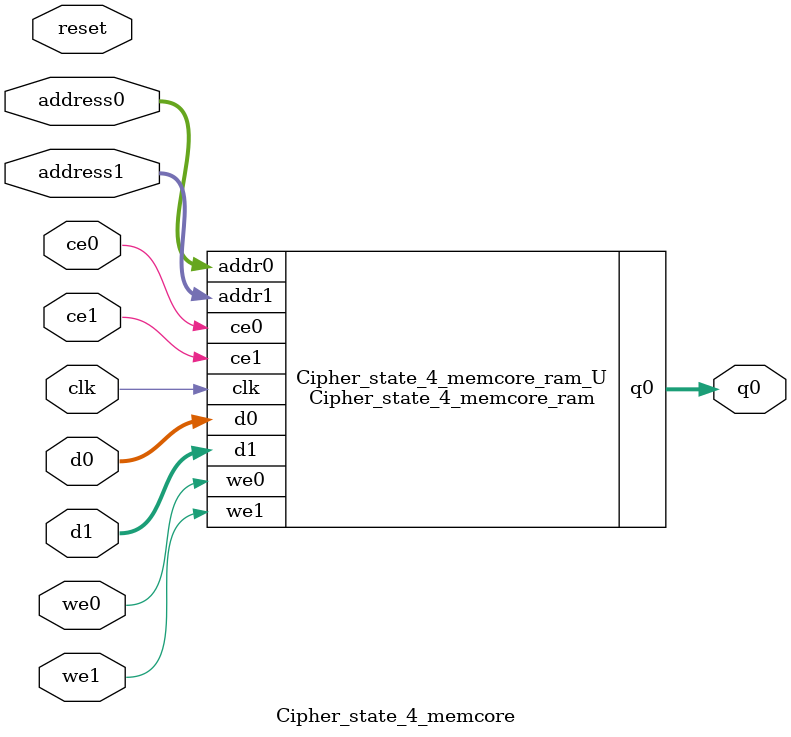
<source format=v>
`timescale 1 ns / 1 ps
module Cipher_state_4_memcore_ram (addr0, ce0, d0, we0, q0, addr1, ce1, d1, we1,  clk);

parameter DWIDTH = 8;
parameter AWIDTH = 4;
parameter MEM_SIZE = 16;

input[AWIDTH-1:0] addr0;
input ce0;
input[DWIDTH-1:0] d0;
input we0;
output reg[DWIDTH-1:0] q0;
input[AWIDTH-1:0] addr1;
input ce1;
input[DWIDTH-1:0] d1;
input we1;
input clk;

(* ram_style = "block" *)reg [DWIDTH-1:0] ram[0:MEM_SIZE-1];




always @(posedge clk)  
begin 
    if (ce0) 
    begin
        if (we0) 
        begin 
            ram[addr0] <= d0; 
        end 
        q0 <= ram[addr0];
    end
end


always @(posedge clk)  
begin 
    if (ce1) 
    begin
        if (we1) 
        begin 
            ram[addr1] <= d1; 
        end 
    end
end


endmodule

`timescale 1 ns / 1 ps
module Cipher_state_4_memcore(
    reset,
    clk,
    address0,
    ce0,
    we0,
    d0,
    q0,
    address1,
    ce1,
    we1,
    d1);

parameter DataWidth = 32'd8;
parameter AddressRange = 32'd16;
parameter AddressWidth = 32'd4;
input reset;
input clk;
input[AddressWidth - 1:0] address0;
input ce0;
input we0;
input[DataWidth - 1:0] d0;
output[DataWidth - 1:0] q0;
input[AddressWidth - 1:0] address1;
input ce1;
input we1;
input[DataWidth - 1:0] d1;



Cipher_state_4_memcore_ram Cipher_state_4_memcore_ram_U(
    .clk( clk ),
    .addr0( address0 ),
    .ce0( ce0 ),
    .we0( we0 ),
    .d0( d0 ),
    .q0( q0 ),
    .addr1( address1 ),
    .ce1( ce1 ),
    .we1( we1 ),
    .d1( d1 ));

endmodule


</source>
